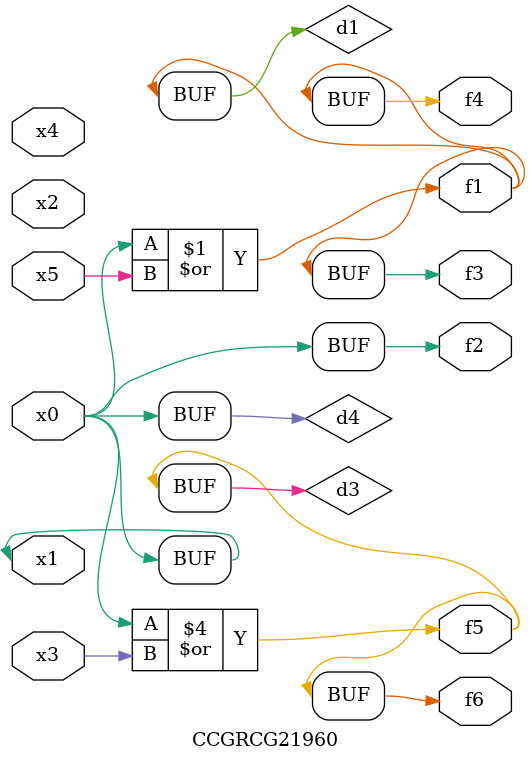
<source format=v>
module CCGRCG21960(
	input x0, x1, x2, x3, x4, x5,
	output f1, f2, f3, f4, f5, f6
);

	wire d1, d2, d3, d4;

	or (d1, x0, x5);
	xnor (d2, x1, x4);
	or (d3, x0, x3);
	buf (d4, x0, x1);
	assign f1 = d1;
	assign f2 = d4;
	assign f3 = d1;
	assign f4 = d1;
	assign f5 = d3;
	assign f6 = d3;
endmodule

</source>
